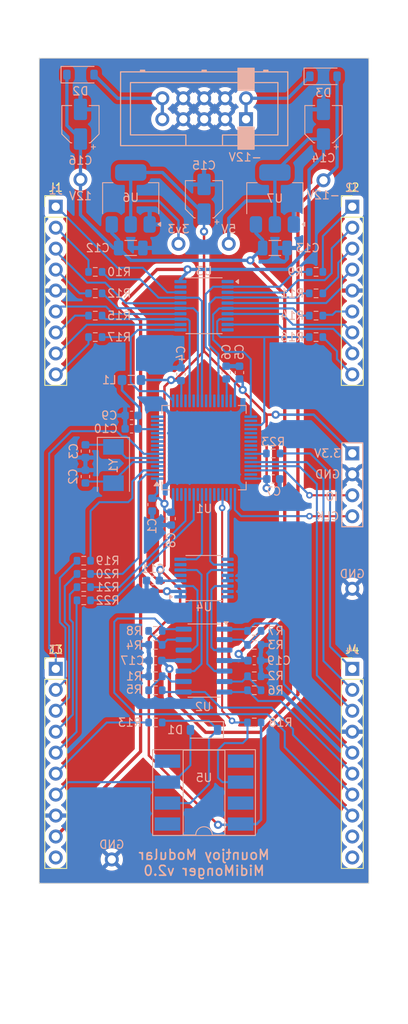
<source format=kicad_pcb>
(kicad_pcb (version 20240108) (generator "pcbnew") (generator_version "8.0")
  (layers (0 "F.Cu" signal) (31 "B.Cu" signal) (34 "B.Paste" user) (35 "F.Paste" user) (36 "B.SilkS" user "B.Silkscreen") (37 "F.SilkS" user "F.Silkscreen") (38 "B.Mask" user) (39 "F.Mask" user) (44 "Edge.Cuts" user))
  (net 0 "")
  (net 1 "GND")
  (net 2 "+3V3")
  (net 3 "+5V")
  (net 4 "+3.3VA")
  (net 5 "+12V")
  (net 6 "-12V")
  (net 7 "Net-(U1-PH0)")
  (net 8 "Net-(U1-PH1)")
  (net 9 "Net-(U1-VCAP_1)")
  (net 10 "Net-(D1-K)")
  (net 11 "/MIDI_DATA")
  (net 12 "/CV4_LED_OUT")
  (net 13 "/CV1_OUT")
  (net 14 "/CV3_LED_OUT")
  (net 15 "/CV2_LED_OUT")
  (net 16 "/CV2_OUT")
  (net 17 "/CV4_OUT")
  (net 18 "/CV1_LED_OUT")
  (net 19 "/CV3_OUT")
  (net 20 "/GATE1_LED_OUT")
  (net 21 "/GATE1_OUT")
  (net 22 "/GATE3_OUT")
  (net 23 "/GATE4_LED_OUT")
  (net 24 "/GATE2_OUT")
  (net 25 "/GATE2_LED_OUT")
  (net 26 "/GATE3_LED_OUT")
  (net 27 "/GATE4_OUT")
  (net 28 "/USB_VBUS")
  (net 29 "/USB_DM")
  (net 30 "/GATE5_LED_OUT")
  (net 31 "/NRST")
  (net 32 "/GATE7_OUT")
  (net 33 "/USB_DP")
  (net 34 "/GATE5_OUT")
  (net 35 "/GATE6_LED_OUT")
  (net 36 "/GATE6_OUT")
  (net 37 "/GATE8_OUT")
  (net 38 "/GATE7_LED_OUT")
  (net 39 "/GATE8_LED_OUT")
  (net 40 "/MIDI_VREF")
  (net 41 "/SWCLK")
  (net 42 "/SWDIO")
  (net 43 "Net-(U2C--)")
  (net 44 "Net-(U2B--)")
  (net 45 "Net-(U2A--)")
  (net 46 "Net-(U2D--)")
  (net 47 "/GATE1")
  (net 48 "/GATE2")
  (net 49 "/GATE3")
  (net 50 "/GATE4")
  (net 51 "/GATE5")
  (net 52 "/GATE6")
  (net 53 "/GATE7")
  (net 54 "/GATE8")
  (net 55 "/MIDI_RX")
  (net 56 "/CV1_LED")
  (net 57 "/CV2_LED")
  (net 58 "/CV3_LED")
  (net 59 "/CV4_LED")
  (net 63 "/DAC_SCK")
  (net 78 "/DAC_NSS")
  (net 82 "/DAC_MOSI")
  (net 86 "/DAC_1")
  (net 87 "/DAC_3")
  (net 88 "/DAC_4")
  (net 89 "/DAC_2")
  (net 94 "/+12V_IN")
  (net 95 "/-12V_IN")
  (net 101 "/MODE_SWITCH")
  (net 103 "Net-(U1-PA9)")
  (footprint "Connector_PinHeader_2.54mm:PinHeader_1x09_P2.54mm_Vertical" (layer "F.Cu") (at 138 68)
    (property "Reference" "J2")
    (property "Value" "Conn_01x09_Male")
  )
  (footprint "Connector_PinHeader_2.54mm:PinHeader_1x10_P2.54mm_Vertical" (layer "F.Cu") (at 102 124)
    (property "Reference" "J3")
    (property "Value" "Conn_01x08_Male")
  )
  (footprint "Connector_PinHeader_2.54mm:PinHeader_1x10_P2.54mm_Vertical" (layer "F.Cu") (at 138 124)
    (property "Reference" "J4")
    (property "Value" "Conn_01x08_Male")
  )
  (footprint "Connector_PinHeader_2.54mm:PinHeader_1x09_P2.54mm_Vertical" (layer "F.Cu") (at 102 68)
    (property "Reference" "J1")
    (property "Value" "Conn_01x09_Male")
  )
  (footprint "Diode_SMD:D_SOD-123" (layer "B.Cu") (at 120 131.4 180)
    (property "Reference" "D1")
    (property "Value" "1N4148W")
  )
  (footprint "Capacitor_SMD:CP_Elec_4x5.8" (layer "B.Cu") (at 105 58 90)
    (property "Reference" "C16")
    (property "Value" "22uF")
  )
  (footprint "Capacitor_SMD:C_0603_1608Metric" (layer "B.Cu") (at 113.8 113.3 180)
    (property "Reference" "C11")
    (property "Value" "100nF")
  )
  (footprint "Custom_Footprints:SWD_header" (layer "B.Cu") (at 138 97.89 -90)
    (property "Reference" "J5" (hide yes))
    (property "Value" "SWD_Header" (hide yes))
  )
  (footprint "Custom_Footprints:Eurorack_10_pin_header" (layer "B.Cu") (at 125.1 57.4 180)
    (property "Reference" "J6" (hide yes))
    (property "Value" "Eurorack_10_pin_power")
  )
  (footprint "Inductor_SMD:L_0805_2012Metric_Pad1.05x1.20mm_HandSolder" (layer "B.Cu") (at 111.2 89)
    (property "Reference" "L1")
    (property "Value" "L")
  )
  (footprint "Resistor_SMD:R_0603_1608Metric" (layer "B.Cu") (at 114.1 130.5 180)
    (property "Reference" "R13")
    (property "Value" "220")
  )
  (footprint "Resistor_SMD:R_0603_1608Metric" (layer "B.Cu") (at 126.1 130.5 180)
    (property "Reference" "R18")
    (property "Value" "10k")
  )
  (footprint "Resistor_SMD:R_0603_1608Metric" (layer "B.Cu") (at 126.1 124.9 180)
    (property "Reference" "R2")
    (property "Value" "10k")
  )
  (footprint "Resistor_SMD:R_0603_1608Metric" (layer "B.Cu") (at 126.1 121.1 180)
    (property "Reference" "R3")
    (property "Value" "10k")
  )
  (footprint "Resistor_SMD:R_0603_1608Metric" (layer "B.Cu") (at 114.1 121.1)
    (property "Reference" "R4")
    (property "Value" "10k")
  )
  (footprint "Resistor_SMD:R_0603_1608Metric" (layer "B.Cu") (at 114.1 126.6 180)
    (property "Reference" "R5")
    (property "Value" "2k")
  )
  (footprint "Resistor_SMD:R_0603_1608Metric" (layer "B.Cu") (at 126.1 119.4)
    (property "Reference" "R7")
    (property "Value" "2k")
  )
  (footprint "Resistor_SMD:R_0603_1608Metric" (layer "B.Cu") (at 114.1 119.4 180)
    (property "Reference" "R8")
    (property "Value" "2k")
  )
  (footprint "Resistor_SMD:R_0603_1608Metric" (layer "B.Cu") (at 106.8 75.9)
    (property "Reference" "R10")
    (property "Value" "1k")
  )
  (footprint "Resistor_SMD:R_0603_1608Metric" (layer "B.Cu") (at 105.4 114.1)
    (property "Reference" "R21")
    (property "Value" "1k")
  )
  (footprint "Resistor_SMD:R_0603_1608Metric" (layer "B.Cu") (at 105.4 115.7)
    (property "Reference" "R22")
    (property "Value" "1k")
  )
  (footprint "Resistor_SMD:R_0603_1608Metric" (layer "B.Cu") (at 133.6 83.8 180)
    (property "Reference" "R16")
    (property "Value" "1k")
  )
  (footprint "Package_TO_SOT_SMD:SOT-223-3_TabPin2" (layer "B.Cu") (at 128.6 67 90)
    (property "Reference" "U7")
    (property "Value" "LM1117-5.0")
  )
  (footprint "Package_TO_SOT_SMD:SOT-223-3_TabPin2" (layer "B.Cu") (at 111.1 67 90)
    (property "Reference" "U6")
    (property "Value" "LM1117-3.3")
  )
  (footprint "Package_SO:TSSOP-16_4.4x5mm_P0.65mm" (layer "B.Cu") (at 120 113)
    (property "Reference" "U4")
    (property "Value" "MAX5134")
  )
  (footprint "Package_SO:SOIC-14_3.9x8.7mm_P1.27mm" (layer "B.Cu") (at 120 123 180)
    (property "Reference" "U2")
    (property "Value" "TL074")
  )
  (footprint "Package_DIP:DIP-8_W8.89mm_SMDSocket_LongPads" (layer "B.Cu") (at 120 139)
    (property "Reference" "U5")
    (property "Value" "6N137")
  )
  (footprint "Resistor_SMD:R_0603_1608Metric" (layer "B.Cu") (at 126.1 126.6)
    (property "Reference" "R6")
    (property "Value" "2k")
  )
  (footprint "Resistor_SMD:R_0603_1608Metric" (layer "B.Cu") (at 114.1 124.9)
    (property "Reference" "R1")
    (property "Value" "10k")
  )
  (footprint "Resistor_SMD:R_0603_1608Metric" (layer "B.Cu") (at 105.4 112.5)
    (property "Reference" "R20")
    (property "Value" "1k")
  )
  (footprint "Resistor_SMD:R_0603_1608Metric" (layer "B.Cu") (at 133.6 78.5 180)
    (property "Reference" "R11")
    (property "Value" "1k")
  )
  (footprint "Resistor_SMD:R_0603_1608Metric" (layer "B.Cu") (at 133.6 75.9 180)
    (property "Reference" "R9")
    (property "Value" "1k")
  )
  (footprint "Resistor_SMD:R_0603_1608Metric" (layer "B.Cu") (at 106.8 81.2)
    (property "Reference" "R15")
    (property "Value" "1k")
  )
  (footprint "Resistor_SMD:R_0603_1608Metric" (layer "B.Cu") (at 106.8 78.5)
    (property "Reference" "R12")
    (property "Value" "1k")
  )
  (footprint "Resistor_SMD:R_0603_1608Metric" (layer "B.Cu") (at 106.8 83.8)
    (property "Reference" "R17")
    (property "Value" "1k")
  )
  (footprint "Resistor_SMD:R_0603_1608Metric" (layer "B.Cu") (at 133.6 81.2 180)
    (property "Reference" "R14")
    (property "Value" "1k")
  )
  (footprint "Resistor_SMD:R_0603_1608Metric" (layer "B.Cu") (at 105.4 110.9)
    (property "Reference" "R19")
    (property "Value" "1k")
  )
  (footprint "Capacitor_SMD:C_0603_1608Metric" (layer "B.Cu") (at 128.4 101)
    (property "Reference" "C7")
    (property "Value" "100nF")
  )
  (footprint "Package_SO:TSSOP-20_4.4x6.5mm_P0.65mm" (layer "B.Cu") (at 120 80 180)
    (property "Reference" "U3")
    (property "Value" "74HCT244")
  )
  (footprint "Custom_Footprints:1mm_Test_Point" (layer "B.Cu") (at 105 64.7 180)
    (property "Reference" "TP1" (hide yes))
    (property "Value" "TestPoint")
  )
  (footprint "Custom_Footprints:1mm_Test_Point" (layer "B.Cu") (at 123 72.5 180)
    (property "Reference" "TP4" (hide yes))
    (property "Value" "TestPoint")
  )
  (footprint "Package_QFP:LQFP-64_10x10mm_P0.5mm" (layer "B.Cu") (at 120 97.2)
    (property "Reference" "U1")
    (property "Value" "STM32F446RETx")
  )
  (footprint "Capacitor_SMD:C_1206_3216Metric" (layer "B.Cu") (at 111.1 73)
    (property "Reference" "C12")
    (property "Value" "10uF")
  )
  (footprint "Capacitor_SMD:C_0603_1608Metric" (layer "B.Cu") (at 117.2 88.3 90)
    (property "Reference" "C4")
    (property "Value" "100nF")
  )
  (footprint "Capacitor_SMD:CP_Elec_4x5.8" (layer "B.Cu") (at 134.5 58 90)
    (property "Reference" "C14")
    (property "Value" "22uF")
  )
  (footprint "Custom_Footprints:1mm_Test_Point" (layer "B.Cu") (at 134.5 64.8 180)
    (property "Reference" "TP2" (hide yes))
    (property "Value" "TestPoint")
  )
  (footprint "Diode_SMD:D_SOD-123" (layer "B.Cu") (at 105 52)
    (property "Reference" "D2")
    (property "Value" "1N5819")
  )
  (footprint "Capacitor_SMD:C_0603_1608Metric" (layer "B.Cu") (at 126.1 123)
    (property "Reference" "C19")
    (property "Value" "1uF")
  )
  (footprint "Diode_SMD:D_SOD-123" (layer "B.Cu") (at 134.5 52.2)
    (property "Reference" "D3")
    (property "Value" "1N5819")
  )
  (footprint "Custom_Footprints:1mm_Test_Point" (layer "B.Cu") (at 138 114.3 180)
    (property "Reference" "TP5" (hide yes))
    (property "Value" "TestPoint")
  )
  (footprint "Capacitor_SMD:C_0603_1608Metric" (layer "B.Cu") (at 124.3 88.1 90)
    (property "Reference" "C5")
    (property "Value" "100nF")
  )
  (footprint "Crystal:Crystal_SMD_0603-2Pin_6.0x3.5mm" (layer "B.Cu") (at 109 99.3 -90)
    (property "Reference" "Y1")
    (property "Value" "8MHz 20pF")
  )
  (footprint "Capacitor_SMD:C_0603_1608Metric" (layer "B.Cu") (at 114.1 123 180)
    (property "Reference" "C17")
    (property "Value" "1uF")
  )
  (footprint "Capacitor_SMD:C_0603_1608Metric" (layer "B.Cu") (at 105.6 97.625 -90)
    (property "Reference" "C3")
    (property "Value" "30pF")
  )
  (footprint "Capacitor_SMD:C_0603_1608Metric" (layer "B.Cu") (at 113.7 104.1 -90)
    (property "Reference" "C1")
    (property "Value" "4.7uF")
  )
  (footprint "Custom_Footprints:1mm_Test_Point" (layer "B.Cu") (at 108.8 147.1 180)
    (property "Reference" "TP6" (hide yes))
    (property "Value" "TestPoint")
  )
  (footprint "Capacitor_SMD:C_0603_1608Metric" (layer "B.Cu") (at 111.2 94.91 180)
    (property "Reference" "C10")
    (property "Value" "100nF")
  )
  (footprint "Capacitor_SMD:C_1206_3216Metric" (layer "B.Cu") (at 128.6 73)
    (property "Reference" "C13")
    (property "Value" "10uF")
  )
  (footprint "Capacitor_SMD:C_0603_1608Metric" (layer "B.Cu") (at 116 105.8 -90)
    (property "Reference" "C8")
    (property "Value" "100nF")
  )
  (footprint "Resistor_SMD:R_0603_1608Metric" (layer "B.Cu") (at 128.4 97.9 180)
    (property "Reference" "R23")
    (property "Value" "10k")
  )
  (footprint "Capacitor_SMD:CP_Elec_4x5.8" (layer "B.Cu") (at 120 67.1 90)
    (property "Reference" "C15")
    (property "Value" "22uF")
  )
  (footprint "Capacitor_SMD:C_0603_1608Metric" (layer "B.Cu") (at 105.6 100.7 90)
    (property "Reference" "C2")
    (property "Value" "30pF")
  )
  (footprint "Custom_Footprints:1mm_Test_Point" (layer "B.Cu") (at 116.9 72.5 180)
    (property "Reference" "TP3" (hide yes))
    (property "Value" "TestPoint")
  )
  (footprint "Capacitor_SMD:C_0603_1608Metric" (layer "B.Cu") (at 111.2 93.3 180)
    (property "Reference" "C9")
    (property "Value" "1uF")
  )
  (footprint "Capacitor_SMD:C_0603_1608Metric" (layer "B.Cu") (at 122.7 88.1 90)
    (property "Reference" "C6")
    (property "Value" "2.2uF")
  )
  (gr_rect (start 100 50) (end 140 150) (stroke (width 0.1)) (fill none) (layer "Edge.Cuts"))
  (gr_text "J4" (at 138 121.7 -0) (layer "B.SilkS") (effects (font (size 1 1)) (justify mirror)))
  (gr_text "J1" (at 102 66 -0) (layer "B.SilkS") (effects (font (size 1 1)) (justify mirror)))
  (gr_text "J3" (at 102 121.7 -0) (layer "B.SilkS") (effects (font (size 1 1)) (justify mirror)))
  (gr_text "J2" (at 138 65.7 -0) (layer "B.SilkS") (effects (font (size 1 1)) (justify mirror)))
  (gr_text "Mountjoy Modular\nMidiMonger v2.0" (at 120 147.5 0) (layer "B.SilkS") (effects (font (size 1.2 1.2) (thickness 0.2) (bold yes)) (justify mirror)))
  (segment (start 124.7 90.2) (end 124.7 90.3) (width 0.3) (layer "F.Cu") (net 2))
  (segment (start 124.7 90.3) (end 127.6 93.2) (width 0.3) (layer "F.Cu") (net 2))
  (segment (start 120 85.5) (end 124.7 90.2) (width 0.3) (layer "F.Cu") (net 2))
  (segment (start 121.7 142.9) (end 113.3 134.5) (width 0.3) (layer "F.Cu") (net 2))
  (segment (start 113.3 134.5) (end 113.3 120.3) (width 0.3) (layer "F.Cu") (net 2))
  (segment (start 115.2 111.5) (end 115.2 104.00003) (width 0.3) (layer "F.Cu") (net 2))
  (segment (start 117.1 116.5) (end 117.1 114.4) (width 0.3) (layer "F.Cu") (net 2))
  (segment (start 114.7 112) (end 115.2 111.5) (width 0.3) (layer "F.Cu") (net 2))
  (segment (start 127.6 93.2) (end 128.7 93.2) (width 0.3) (layer "F.Cu") (net 2))
  (segment (start 120 71) (end 120 85.5) (width 0.3) (layer "F.Cu") (net 2))
  (segment (start 127.6 93.2) (end 127.6 102.1) (width 0.3) (layer "F.Cu") (net 2))
  (segment (start 117.1 114.4) (end 114.7 112) (width 0.3) (layer "F.Cu") (net 2))
  (segment (start 113.3 120.3) (end 117.1 116.5) (width 0.3) (layer "F.Cu") (net 2))
  (segment (start 115.2 89.799994) (end 115.2 104.00003) (width 0.3) (layer "F.Cu") (net 2))
  (segment (start 116.500004 88.999996) (end 115.999998 88.999996) (width 0.3) (layer "F.Cu") (net 2))
  (segment (start 120 85.5) (end 116.500004 88.999996) (width 0.3) (layer "F.Cu") (net 2))
  (segment (start 115.999998 88.999996) (end 115.2 89.799994) (width 0.3) (layer "F.Cu") (net 2))
  (via (at 114.7 112) (size 1) (drill 0.5) (layers "F.Cu" "B.Cu") (net 2))
  (via (at 121.7 142.9) (size 1) (drill 0.5) (layers "F.Cu" "B.Cu") (net 2))
  (via (at 124.7 90.2) (size 1) (drill 0.5) (layers "F.Cu" "B.Cu") (net 2))
  (via (at 128.7 93.2) (size 1) (drill 0.5) (layers "F.Cu" "B.Cu") (net 2))
  (via (at 115.2 104.00003) (size 1) (drill 0.5) (layers "F.Cu" "B.Cu") (net 2))
  (via (at 115.999998 88.999996) (size 1) (drill 0.5) (layers "F.Cu" "B.Cu") (net 2))
  (via (at 127.6 102.1) (size 1) (drill 0.5) (layers "F.Cu" "B.Cu") (net 2))
  (via (at 120 71) (size 1) (drill 0.5) (layers "F.Cu" "B.Cu") (net 2))
  (segment (start 124.355 142.9) (end 124.445 142.81) (width 0.3) (layer "B.Cu") (net 2))
  (segment (start 114.5 67.3) (end 116.9 69.7) (width 0.3) (layer "B.Cu") (net 2))
  (segment (start 115.999998 88.999996) (end 115.999994 89) (width 0.3) (layer "B.Cu") (net 2))
  (segment (start 126.925 142.275) (end 126.39 142.81) (width 0.3) (layer "B.Cu") (net 2))
  (segment (start 120 68.9) (end 120 71) (width 0.3) (layer "B.Cu") (net 2))
  (segment (start 125.675 100.95) (end 127.575 100.95) (width 0.25) (layer "B.Cu") (net 2))
  (segment (start 120 68.9) (end 114.95 63.85) (width 0.4) (layer "B.Cu") (net 2))
  (segment (start 114.325 102.7) (end 114.325 100.95) (width 0.3) (layer "B.Cu") (net 2))
  (segment (start 116.25 102.875) (end 116.25 104.775) (width 0.3) (layer "B.Cu") (net 2))
  (segment (start 123.75 89.425) (end 124.3 88.875) (width 0.25) (layer "B.Cu") (net 2))
  (segment (start 117.1375 113.325) (end 114.6 113.325) (width 0.3) (layer "B.Cu") (net 2))
  (segment (start 124.7 89.275) (end 124.3 88.875) (width 0.3) (layer "B.Cu") (net 2))
  (segment (start 115.2 104.7) (end 115.2 104.00003) (width 0.3) (layer "B.Cu") (net 2))
  (segment (start 111.1 67.3) (end 111.1 70.15) (width 0.4) (layer "B.Cu") (net 2))
  (segment (start 133.31 93.2) (end 138 97.89) (width 0.3) (layer "B.Cu") (net 2))
  (segment (start 127.6 101.025) (end 127.625 101) (width 0.3) (layer "B.Cu") (net 2))
  (segment (start 126.39 142.81) (end 124.445 142.81) (width 0.3) (layer "B.Cu") (net 2))
  (segment (start 117.25 89.125) (end 117.25 91.525) (width 0.25) (layer "B.Cu") (net 2))
  (segment (start 117.2 89.075) (end 117.25 89.125) (width 0.25) (layer "B.Cu") (net 2))
  (segment (start 114.575 112.125) (end 114.7 112) (width 0.3) (layer "B.Cu") (net 2))
  (segment (start 115.525 105.025) (end 115.2 104.7) (width 0.3) (layer "B.Cu") (net 2))
  (segment (start 123.75 91.525) (end 123.75 89.425) (width 0.25) (layer "B.Cu") (net 2))
  (segment (start 115.999994 89) (end 112.35 89) (width 0.3) (layer "B.Cu") (net 2))
  (segment (start 127.6 102.1) (end 127.6 101.025) (width 0.3) (layer "B.Cu") (net 2))
  (segment (start 114.52497 103.325) (end 115.2 104.00003) (width 0.3) (layer "B.Cu") (net 2))
  (segment (start 116.9 69.7) (end 116.9 72.5) (width 0.3) (layer "B.Cu") (net 2))
  (segment (start 116 105.025) (end 115.525 105.025) (width 0.3) (layer "B.Cu") (net 2))
  (segment (start 121.7 142.9) (end 124.355 142.9) (width 0.3) (layer "B.Cu") (net 2))
  (segment (start 124.7 90.2) (end 124.7 89.275) (width 0.3) (layer "B.Cu") (net 2))
  (segment (start 116.25 104.775) (end 116 105.025) (width 0.3) (layer "B.Cu") (net 2))
  (segment (start 113.7 103.325) (end 114.325 102.7) (width 0.3) (layer "B.Cu") (net 2))
  (segment (start 126.925 130.5) (end 126.925 142.275) (width 0.3) (layer "B.Cu") (net 2))
  (segment (start 113.7 103.325) (end 114.52497 103.325) (width 0.3) (layer "B.Cu") (net 2))
  (segment (start 117.2 89.075) (end 116.075002 89.075) (width 0.3) (layer "B.Cu") (net 2))
  (segment (start 114.6 113.325) (end 114.575 113.3) (width 0.3) (layer "B.Cu") (net 2))
  (segment (start 111.1 63.85) (end 111.1 67.3) (width 0.4) (layer "B.Cu") (net 2))
  (segment (start 114.95 63.85) (end 111.1 63.85) (width 0.4) (layer "B.Cu") (net 2))
  (segment (start 114.575 113.3) (end 114.575 112.125) (width 0.3) (layer "B.Cu") (net 2))
  (segment (start 111.1 67.3) (end 114.5 67.3) (width 0.3) (layer "B.Cu") (net 2))
  (segment (start 128.7 93.2) (end 133.31 93.2) (width 0.3) (layer "B.Cu") (net 2))
  (segment (start 116.075002 89.075) (end 115.999998 88.999996) (width 0.3) (layer "B.Cu") (net 2))
  (segment (start 110.2 79.7) (end 112.3 81.8) (width 0.4) (layer "F.Cu") (net 3))
  (segment (start 114.5 114.6) (end 112.3 112.4) (width 0.4) (layer "F.Cu") (net 3))
  (segment (start 112.3 81.8) (end 112.3 112.4) (width 0.4) (layer "F.Cu") (net 3))
  (segment (start 102 144.32) (end 112.3 134.02) (width 0.4) (layer "F.Cu") (net 3))
  (segment (start 115.5 114.6) (end 114.5 114.6) (width 0.4) (layer "F.Cu") (net 3))
  (segment (start 118 75.6) (end 114.3 75.6) (width 0.4) (layer "F.Cu") (net 3))
  (segment (start 114.3 75.6) (end 110.2 79.7) (width 0.4) (layer "F.Cu") (net 3))
  (segment (start 112.3 134.02) (end 112.3 112.4) (width 0.4) (layer "F.Cu") (net 3))
  (via (at 115.5 114.6) (size 1) (drill 0.5) (layers "F.Cu" "B.Cu") (net 3))
  (via (at 118 75.6) (size 1) (drill 0.5) (layers "F.Cu" "B.Cu") (net 3))
  (segment (start 118.325 75.6) (end 118 75.6) (width 0.4) (layer "B.Cu") (net 3))
  (segment (start 132.75 63.55) (end 134.5 61.8) (width 0.4) (layer "B.Cu") (net 3))
  (segment (start 117.1375 114.625) (end 115.525 114.625) (width 0.4) (layer "B.Cu") (net 3))
  (segment (start 132.75 72.95) (end 132.75 63.55) (width 0.4) (layer "B.Cu") (net 3))
  (segment (start 125.1 67.3) (end 123 69.4) (width 0.4) (layer "B.Cu") (net 3))
  (segment (start 123 69.4) (end 123 72.5) (width 0.4) (layer "B.Cu") (net 3))
  (segment (start 128.6 67.3) (end 125.1 67.3) (width 0.4) (layer "B.Cu") (net 3))
  (segment (start 128.6 63.85) (end 132.65 59.8) (width 0.4) (layer "B.Cu") (net 3))
  (segment (start 134.5 61.8) (end 134.5 59.8) (width 0.4) (layer "B.Cu") (net 3))
  (segment (start 132.65 59.8) (end 134.5 59.8) (width 0.4) (layer "B.Cu") (net 3))
  (segment (start 128.6 70.15) (end 128.6 67.3) (width 0.4) (layer "B.Cu") (net 3))
  (segment (start 117.1375 76.7875) (end 117.1375 77.075) (width 0.4) (layer "B.Cu") (net 3))
  (segment (start 118.325 75.6) (end 130.1 75.6) (width 0.4) (layer "B.Cu") (net 3))
  (segment (start 117.1375 114.625) (end 117.1375 115.275) (width 0.4) (layer "B.Cu") (net 3))
  (segment (start 130.1 75.6) (end 132.75 72.95) (width 0.4) (layer "B.Cu") (net 3))
  (segment (start 115.525 114.625) (end 115.5 114.6) (width 0.4) (layer "B.Cu") (net 3))
  (segment (start 128.6 67.3) (end 128.6 63.85) (width 0.4) (layer "B.Cu") (net 3))
  (segment (start 118.325 75.6) (end 117.1375 76.7875) (width 0.4) (layer "B.Cu") (net 3))
  (segment (start 112 93.3) (end 112 94.91) (width 0.25) (layer "B.Cu") (net 4))
  (segment (start 112 94.91) (end 112.04 94.95) (width 0.25) (layer "B.Cu") (net 4))
  (segment (start 110.05 90.25) (end 112.15 92.35) (width 0.3) (layer "B.Cu") (net 4))
  (segment (start 112.15 93.15) (end 112 93.3) (width 0.3) (layer "B.Cu") (net 4))
  (segment (start 112.04 94.95) (end 114.325 94.95) (width 0.25) (layer "B.Cu") (net 4))
  (segment (start 112.15 92.35) (end 112.15 93.15) (width 0.3) (layer "B.Cu") (net 4))
  (segment (start 110.05 89) (end 110.05 90.25) (width 0.3) (layer "B.Cu") (net 4))
  (segment (start 129.8 78.675) (end 129.8 116.6) (width 0.4) (layer "F.Cu") (net 5))
  (segment (start 125.625 74.5) (end 129.8 78.675) (width 0.4) (layer "F.Cu") (net 5))
  (segment (start 129.8 116.6) (end 124.2 122.2) (width 0.4) (layer "F.Cu") (net 5))
  (via (at 125.625 74.5) (size 1) (drill 0.5) (layers "F.Cu" "B.Cu") (net 5))
  (via (at 124.2 122.2) (size 1) (drill 0.5) (layers "F.Cu" "B.Cu") (net 5))
  (segment (start 127.125 73) (end 127.125 72.025) (width 0.4) (layer "B.Cu") (net 5))
  (segment (start 111.125 74.5) (end 125.625 74.5) (width 0.4) (layer "B.Cu") (net 5))
  (segment (start 103.35 52) (end 103.35 58.15) (width 0.4) (layer "B.Cu") (net 5))
  (segment (start 108.8 71.2) (end 108.8 70.15) (width 0.4) (layer "B.Cu") (net 5))
  (segment (start 127.125 72.025) (end 126.3 71.2) (width 0.4) (layer "B.Cu") (net 5))
  (segment (start 105 69) (end 109 73) (width 0.4) (layer "B.Cu") (net 5))
  (segment (start 125.325 123) (end 122.475 123) (width 0.4) (layer "B.Cu") (net 5))
  (segment (start 109 73) (end 109.625 73) (width 0.4) (layer "B.Cu") (net 5))
  (segment (start 109.625 73) (end 109.625 72.025) (width 0.4) (layer "B.Cu") (net 5))
  (segment (start 109.625 73) (end 111.125 74.5) (width 0.4) (layer "B.Cu") (net 5))
  (segment (start 105 59.8) (end 105 69) (width 0.4) (layer "B.Cu") (net 5))
  (segment (start 125 123) (end 124.2 122.2) (width 0.4) (layer "B.Cu") (net 5))
  (segment (start 109.625 72.025) (end 108.8 71.2) (width 0.4) (layer "B.Cu") (net 5))
  (segment (start 103.35 58.15) (end 105 59.8) (width 0.4) (layer "B.Cu") (net 5))
  (segment (start 125.325 123) (end 125 123) (width 0.4) (layer "B.Cu") (net 5))
  (segment (start 125.625 74.5) (end 127.125 73) (width 0.4) (layer "B.Cu") (net 5))
  (segment (start 126.3 71.2) (end 126.3 70.15) (width 0.4) (layer "B.Cu") (net 5))
  (segment (start 120.2 131.7) (end 115.8 127.3) (width 0.4) (layer "F.Cu") (net 6))
  (segment (start 126.8 131.7) (end 120.2 131.7) (width 0.4) (layer "F.Cu") (net 6))
  (segment (start 131.4 67.9) (end 131.4 127.1) (width 0.4) (layer "F.Cu") (net 6))
  (segment (start 115.8 127.3) (end 115.8 124) (width 0.4) (layer "F.Cu") (net 6))
  (segment (start 134.5 64.8) (end 131.4 67.9) (width 0.4) (layer "F.Cu") (net 6))
  (segment (start 131.4 127.1) (end 126.8 131.7) (width 0.4) (layer "F.Cu") (net 6))
  (via (at 115.8 124) (size 1) (drill 0.5) (layers "F.Cu" "B.Cu") (net 6))
  (segment (start 136.15 52.2) (end 136.15 63.15) (width 0.4) (layer "B.Cu") (net 6))
  (segment (start 114.875 123) (end 115.8 123.925) (width 0.4) (layer "B.Cu") (net 6))
  (segment (start 115.8 123.925) (end 115.8 124) (width 0.4) (layer "B.Cu") (net 6))
  (segment (start 114.875 123) (end 117.525 123) (width 0.4) (layer "B.Cu") (net 6))
  (segment (start 136.15 63.15) (end 134.5 64.8) (width 0.4) (layer "B.Cu") (net 6))
  (segment (start 105.6 101.3) (end 108.8 101.3) (width 0.25) (layer "B.Cu") (net 7))
  (segment (start 108.8 101.3) (end 109 101.5) (width 0.25) (layer "B.Cu") (net 7))
  (segment (start 114.325 98.95) (end 111.35 98.95) (width 0.25) (layer "B.Cu") (net 7))
  (segment (start 111.35 98.95) (end 109 101.3) (width 0.25) (layer "B.Cu") (net 7))
  (segment (start 108.75 96.85) (end 109 97.1) (width 0.25) (layer "B.Cu") (net 8))
  (segment (start 110.55 98.45) (end 109 96.9) (width 0.25) (layer "B.Cu") (net 8))
  (segment (start 105.6 96.85) (end 108.75 96.85) (width 0.25) (layer "B.Cu") (net 8))
  (segment (start 114.325 98.45) (end 110.55 98.45) (width 0.25) (layer "B.Cu") (net 8))
  (segment (start 122.75 88.925) (end 122.7 88.875) (width 0.25) (layer "B.Cu") (net 9))
  (segment (start 122.75 91.525) (end 122.75 88.925) (width 0.25) (layer "B.Cu") (net 9))
  (segment (start 118.33 140.27) (end 115.555 140.27) (width 0.25) (layer "B.Cu") (net 10))
  (segment (start 120.6 130.3) (end 115.125 130.3) (width 0.25) (layer "B.Cu") (net 10))
  (segment (start 120.6 132.45) (end 120.6 138) (width 0.25) (layer "B.Cu") (net 10))
  (segment (start 121.65 131.4) (end 120.6 132.45) (width 0.25) (layer "B.Cu") (net 10))
  (segment (start 121.65 131.4) (end 121.65 131.35) (width 0.25) (layer "B.Cu") (net 10))
  (segment (start 121.65 131.35) (end 120.6 130.3) (width 0.25) (layer "B.Cu") (net 10))
  (segment (start 120.6 138) (end 118.33 140.27) (width 0.25) (layer "B.Cu") (net 10))
  (segment (start 115.125 130.3) (end 114.925 130.5) (width 0.25) (layer "B.Cu") (net 10))
  (segment (start 118.35 135.685) (end 118.35 131.4) (width 0.25) (layer "B.Cu") (net 11))
  (segment (start 116.305 137.73) (end 118.35 135.685) (width 0.25) (layer "B.Cu") (net 11))
  (segment (start 115.555 137.73) (end 116.305 137.73) (width 0.25) (layer "B.Cu") (net 11))
  (segment (start 103.51 137.73) (end 102 139.24) (width 0.25) (layer "B.Cu") (net 11))
  (segment (start 115.555 137.73) (end 103.51 137.73) (width 0.25) (layer "B.Cu") (net 11))
  (segment (start 104.575 115.7) (end 104.525 115.75) (width 0.25) (layer "B.Cu") (net 12))
  (segment (start 104.525 115.75) (end 104.525 131.635) (width 0.25) (layer "B.Cu") (net 12))
  (segment (start 104.525 131.635) (end 102 134.16) (width 0.25) (layer "B.Cu") (net 12))
  (segment (start 115.135 126.81) (end 120.11 126.81) (width 0.25) (layer "B.Cu") (net 13))
  (segment (start 130.8 131.3) (end 130.8 132) (width 0.25) (layer "B.Cu") (net 13))
  (segment (start 114.925 126.6) (end 115.135 126.81) (width 0.25) (layer "B.Cu") (net 13))
  (segment (start 120.11 126.81) (end 122 128.7) (width 0.25) (layer "B.Cu") (net 13))
  (segment (start 138 139.2) (end 138 139.24) (width 0.25) (layer "B.Cu") (net 13))
  (segment (start 122 128.7) (end 128.2 128.7) (width 0.25) (layer "B.Cu") (net 13))
  (segment (start 130.8 132) (end 138 139.2) (width 0.25) (layer "B.Cu") (net 13))
  (segment (start 128.2 128.7) (end 130.8 131.3) (width 0.25) (layer "B.Cu") (net 13))
  (segment (start 103.7 114.975) (end 103.7 118) (width 0.25) (layer "B.Cu") (net 14))
  (segment (start 104.075 118.375) (end 104.075 129.545) (width 0.25) (layer "B.Cu") (net 14))
  (segment (start 104.575 114.1) (end 103.7 114.975) (width 0.25) (layer "B.Cu") (net 14))
  (segment (start 103.7 118) (end 104.075 118.375) (width 0.25) (layer "B.Cu") (net 14))
  (segment (start 104.075 129.545) (end 102 131.62) (width 0.25) (layer "B.Cu") (net 14))
  (segment (start 103.625 127.455) (end 102 129.08) (width 0.25) (layer "B.Cu") (net 15))
  (segment (start 103.1 118.327208) (end 103.625 118.852208) (width 0.25) (layer "B.Cu") (net 15))
  (segment (start 104.575 112.5) (end 103.1 113.975) (width 0.25) (layer "B.Cu") (net 15))
  (segment (start 103.625 118.852208) (end 103.625 127.455) (width 0.25) (layer "B.Cu") (net 15))
  (segment (start 103.1 113.975) (end 103.1 118.327208) (width 0.25) (layer "B.Cu") (net 15))
  (segment (start 125.275 126.6) (end 126.575 127.9) (width 0.25) (layer "B.Cu") (net 16))
  (segment (start 122.575 126.81) (end 125.065 126.81) (width 0.25) (layer "B.Cu") (net 16))
  (segment (start 125.065 126.81) (end 125.275 126.6) (width 0.25) (layer "B.Cu") (net 16))
  (segment (start 138 136.6) (end 138 136.7) (width 0.25) (layer "B.Cu") (net 16))
  (segment (start 126.575 127.9) (end 129.3 127.9) (width 0.25) (layer "B.Cu") (net 16))
  (segment (start 129.3 127.9) (end 138 136.6) (width 0.25) (layer "B.Cu") (net 16))
  (segment (start 114.925 118.825) (end 114 117.9) (width 0.25) (layer "B.Cu") (net 17))
  (segment (start 127.7 129.5) (end 129.8 131.6) (width 0.25) (layer "B.Cu") (net 17))
  (segment (start 114.925 119.4) (end 114.925 118.825) (width 0.25) (layer "B.Cu") (net 17))
  (segment (start 115.135 119.19) (end 114.925 119.4) (width 0.25) (layer "B.Cu") (net 17))
  (segment (start 114 117.9) (end 109.5 117.9) (width 0.25) (layer "B.Cu") (net 17))
  (segment (start 109.1 126.9) (end 111.7 129.5) (width 0.25) (layer "B.Cu") (net 17))
  (segment (start 129.8 133.5) (end 138 141.7) (width 0.25) (layer "B.Cu") (net 17))
  (segment (start 111.7 129.5) (end 127.7 129.5) (width 0.25) (layer "B.Cu") (net 17))
  (segment (start 129.8 131.6) (end 129.8 133.5) (width 0.25) (layer "B.Cu") (net 17))
  (segment (start 117.625 119.19) (end 115.135 119.19) (width 0.25) (layer "B.Cu") (net 17))
  (segment (start 109.5 117.9) (end 109.1 118.3) (width 0.25) (layer "B.Cu") (net 17))
  (segment (start 138 141.7) (end 138 141.78) (width 0.25) (layer "B.Cu") (net 17))
  (segment (start 109.1 118.3) (end 109.1 126.9) (width 0.25) (layer "B.Cu") (net 17))
  (segment (start 103.175 125.4) (end 103.14 125.4) (width 0.25) (layer "B.Cu") (net 18))
  (segment (start 103.175 125.4) (end 103.175 119.038604) (width 0.25) (layer "B.Cu") (net 18))
  (segment (start 103.14 125.4) (end 102 126.54) (width 0.25) (layer "B.Cu") (net 18))
  (segment (start 103.175 119.038604) (end 102.5 118.363604) (width 0.25) (layer "B.Cu") (net 18))
  (segment (start 102.5 112.975) (end 104.575 110.9) (width 0.25) (layer "B.Cu") (net 18))
  (segment (start 102.5 118.363604) (end 102.5 112.975) (width 0.25) (layer "B.Cu") (net 18))
  (segment (start 129.7 119.4) (end 129.7 125.86) (width 0.25) (layer "B.Cu") (net 19))
  (segment (start 126.175 118.5) (end 128.8 118.5) (width 0.25) (layer "B.Cu") (net 19))
  (segment (start 125.065 119.19) (end 125.275 119.4) (width 0.25) (layer "B.Cu") (net 19))
  (segment (start 122.575 119.19) (end 125.065 119.19) (width 0.25) (layer "B.Cu") (net 19))
  (segment (start 128.8 118.5) (end 129.7 119.4) (width 0.25) (layer "B.Cu") (net 19))
  (segment (start 125.275 119.4) (end 126.175 118.5) (width 0.25) (layer "B.Cu") (net 19))
  (segment (start 129.7 125.86) (end 138 134.16) (width 0.25) (layer "B.Cu") (net 19))
  (segment (start 134.425 75.9) (end 134.425 71.575) (width 0.25) (layer "B.Cu") (net 20))
  (segment (start 134.425 71.575) (end 138 68) (width 0.25) (layer "B.Cu") (net 20))
  (segment (start 117.1375 78.375) (end 115.536396 78.375) (width 0.25) (layer "B.Cu") (net 21))
  (segment (start 102.1 68) (end 102 68) (width 0.25) (layer "B.Cu") (net 21))
  (segment (start 115.536396 78.375) (end 112.561396 75.4) (width 0.25) (layer "B.Cu") (net 21))
  (segment (start 109.5 75.4) (end 102.1 68) (width 0.25) (layer "B.Cu") (net 21))
  (segment (start 112.561396 75.4) (end 109.5 75.4) (width 0.25) (layer "B.Cu") (net 21))
  (segment (start 108 77.2) (end 105.82 77.2) (width 0.25) (layer "B.Cu") (net 22))
  (segment (start 102 73.38) (end 102 73.08) (width 0.25) (layer "B.Cu") (net 22))
  (segment (start 110.5 79.7) (end 108 77.2) (width 0.25) (layer "B.Cu") (net 22))
  (segment (start 117.1125 79.7) (end 110.5 79.7) (width 0.25) (layer "B.Cu") (net 22))
  (segment (start 105.82 77.2) (end 102 73.38) (width 0.25) (layer "B.Cu") (net 22))
  (segment (start 117.1375 79.675) (end 117.1125 79.7) (width 0.25) (layer "B.Cu") (net 22))
  (segment (start 105.975 78.5) (end 104.9 78.5) (width 0.25) (layer "B.Cu") (net 23))
  (segment (start 104.9 78.5) (end 102.02 75.62) (width 0.25) (layer "B.Cu") (net 23))
  (segment (start 102.02 75.62) (end 102 75.62) (width 0.25) (layer "B.Cu") (net 23))
  (segment (start 134.648004 76.9) (end 135.5 76.048004) (width 0.25) (layer "B.Cu") (net 24))
  (segment (start 135.5 76.048004) (end 135.5 73.04) (width 0.25) (layer "B.Cu") (net 24))
  (segment (start 129.9 78.4) (end 131.4 76.9) (width 0.25) (layer "B.Cu") (net 24))
  (segment (start 135.5 73.04) (end 138 70.54) (width 0.25) (layer "B.Cu") (net 24))
  (segment (start 122.8 78.4) (end 129.9 78.4) (width 0.25) (layer "B.Cu") (net 24))
  (segment (start 131.4 76.9) (end 134.648004 76.9) (width 0.25) (layer "B.Cu") (net 24))
  (segment (start 105.975 75.9) (end 105.975 74.475) (width 0.25) (layer "B.Cu") (net 25))
  (segment (start 102.04 70.54) (end 102 70.54) (width 0.25) (layer "B.Cu") (net 25))
  (segment (start 105.975 74.475) (end 102.04 70.54) (width 0.25) (layer "B.Cu") (net 25))
  (segment (start 138 73.08) (end 136.3 74.78) (width 0.25) (layer "B.Cu") (net 26))
  (segment (start 136.3 74.78) (end 136.3 76.525) (width 0.25) (layer "B.Cu") (net 26))
  (segment (start 136.3 76.525) (end 134.425 78.4) (width 0.25) (layer "B.Cu") (net 26))
  (segment (start 134.825 79.675) (end 136.7 77.8) (width 0.25) (layer "B.Cu") (net 27))
  (segment (start 136.7 76.92) (end 138 75.62) (width 0.25) (layer "B.Cu") (net 27))
  (segment (start 136.7 77.8) (end 136.7 76.92) (width 0.25) (layer "B.Cu") (net 27))
  (segment (start 122.775 79.675) (end 134.825 79.675) (width 0.25) (layer "B.Cu") (net 27))
  (segment (start 135.3 100.3) (end 132.9 97.9) (width 0.25) (layer "B.Cu") (net 28))
  (segment (start 138 124) (end 135.3 121.3) (width 0.25) (layer "B.Cu") (net 28))
  (segment (start 132.9 97.9) (end 129.225 97.9) (width 0.25) (layer "B.Cu") (net 28))
  (segment (start 135.3 121.3) (end 135.3 100.3) (width 0.25) (layer "B.Cu") (net 28))
  (segment (start 134.5 123.04) (end 138 126.54) (width 0.25) (layer "B.Cu") (net 29))
  (segment (start 134.5 101) (end 134.5 123.04) (width 0.25) (layer "B.Cu") (net 29))
  (segment (start 125.675 98.95) (end 132.45 98.95) (width 0.25) (layer "B.Cu") (net 29))
  (segment (start 132.45 98.95) (end 134.5 101) (width 0.25) (layer "B.Cu") (net 29))
  (segment (start 136 80.7) (end 138 80.7) (width 0.25) (layer "B.Cu") (net 30))
  (segment (start 135.6 81.1) (end 136 80.7) (width 0.25) (layer "B.Cu") (net 30))
  (segment (start 134.425 81.1) (end 135.6 81.1) (width 0.25) (layer "B.Cu") (net 30))
  (segment (start 110.575 95.825) (end 110.025 95.825) (width 0.25) (layer "B.Cu") (net 31))
  (segment (start 102 122.3) (end 102 124) (width 0.25) (layer "B.Cu") (net 31))
  (segment (start 114.325 97.95) (end 112.7 97.95) (width 0.25) (layer "B.Cu") (net 31))
  (segment (start 101.2 97.9) (end 103.9 95.2) (width 0.25) (layer "B.Cu") (net 31))
  (segment (start 101.2 97.9) (end 101.2 121.5) (width 0.25) (layer "B.Cu") (net 31))
  (segment (start 109.4 95.2) (end 110.025 95.825) (width 0.25) (layer "B.Cu") (net 31))
  (segment (start 112.7 97.95) (end 110.575 95.825) (width 0.25) (layer "B.Cu") (net 31))
  (segment (start 101.2 121.5) (end 102 122.3) (width 0.25) (layer "B.Cu") (net 31))
  (segment (start 103.9 95.2) (end 109.4 95.2) (width 0.25) (layer "B.Cu") (net 31))
  (segment (start 117.1125 82.3) (end 105.78 82.3) (width 0.25) (layer "B.Cu") (net 32))
  (segment (start 105.78 82.3) (end 102.3 85.78) (width 0.25) (layer "B.Cu") (net 32))
  (segment (start 102.3 85.78) (end 102 85.78) (width 0.25) (layer "B.Cu") (net 32))
  (segment (start 117.1375 82.275) (end 117.1125 82.3) (width 0.25) (layer "B.Cu") (net 32))
  (segment (start 131.55 99.45) (end 133.7 101.6) (width 0.25) (layer "B.Cu") (net 33))
  (segment (start 133.7 101.6) (end 133.7 124.78) (width 0.25) (layer "B.Cu") (net 33))
  (segment (start 133.7 124.78) (end 138 129.08) (width 0.25) (layer "B.Cu") (net 33))
  (segment (start 125.675 99.45) (end 131.55 99.45) (width 0.25) (layer "B.Cu") (net 33))
  (segment (start 102.6 80.1) (end 102 80.7) (width 0.25) (layer "B.Cu") (net 34))
  (segment (start 117.1375 80.975) (end 117.1125 81) (width 0.25) (layer "B.Cu") (net 34))
  (segment (start 108.1 80.1) (end 102.6 80.1) (width 0.25) (layer "B.Cu") (net 34))
  (segment (start 117.1125 81) (end 109 81) (width 0.25) (layer "B.Cu") (net 34))
  (segment (start 109 81) (end 108.1 80.1) (width 0.25) (layer "B.Cu") (net 34))
  (segment (start 104.34 81.2) (end 102.3 83.24) (width 0.25) (layer "B.Cu") (net 35))
  (segment (start 102.3 83.24) (end 102 83.24) (width 0.25) (layer "B.Cu") (net 35))
  (segment (start 105.975 81.2) (end 104.34 81.2) (width 0.25) (layer "B.Cu") (net 35))
  (segment (start 129.5 81) (end 130.8 82.3) (width 0.25) (layer "B.Cu") (net 36))
  (segment (start 122.8 81) (end 129.5 81) (width 0.25) (layer "B.Cu") (net 36))
  (segment (start 137.06 82.3) (end 138 83.24) (width 0.25) (layer "B.Cu") (net 36))
  (segment (start 130.8 82.3) (end 137.06 82.3) (width 0.25) (layer "B.Cu") (net 36))
  (segment (start 135.7 82.8) (end 138 85.1) (width 0.25) (layer "B.Cu") (net 37))
  (segment (start 128.975 82.275) (end 129.5 82.8) (width 0.25) (layer "B.Cu") (net 37))
  (segment (start 129.5 82.8) (end 135.7 82.8) (width 0.25) (layer "B.Cu") (net 37))
  (segment (start 138 85.1) (end 138 85.78) (width 0.25) (layer "B.Cu") (net 37))
  (segment (start 122.8625 82.275) (end 128.975 82.275) (width 0.25) (layer "B.Cu") (net 37))
  (segment (start 134.425 83.8) (end 136.14 85.515) (width 0.25) (layer "B.Cu") (net 38))
  (segment (start 136.14 85.515) (end 136.14 86.46) (width 0.25) (layer "B.Cu") (net 38))
  (segment (start 136.14 86.46) (end 138 88.32) (width 0.25) (layer "B.Cu") (net 38))
  (segment (start 105.975 83.8) (end 105.975 84.645) (width 0.25) (layer "B.Cu") (net 39))
  (segment (start 102.3 88.32) (end 102 88.32) (width 0.25) (layer "B.Cu") (net 39))
  (segment (start 105.975 84.645) (end 102.3 88.32) (width 0.25) (layer "B.Cu") (net 39))
  (segment (start 113.275 130.5) (end 108.2 130.5) (width 0.25) (layer "B.Cu") (net 40))
  (segment (start 108.2 130.5) (end 102 136.7) (width 0.25) (layer "B.Cu") (net 40))
  (segment (start 132.81 105.51) (end 132.8 105.5) (width 0.25) (layer "F.Cu") (net 41))
  (segment (start 138 105.51) (end 132.81 105.51) (width 0.25) (layer "F.Cu") (net 41))
  (via (at 132.8 105.5) (size 0.8) (drill 0.4) (layers "F.Cu" "B.Cu") (net 41))
  (segment (start 124.5 105.5) (end 132.8 105.5) (width 0.25) (layer "B.Cu") (net 41))
  (segment (start 123.75 104.75) (end 124.5 105.5) (width 0.25) (layer "B.Cu") (net 41))
  (segment (start 123.75 102.875) (end 123.75 104.75) (width 0.25) (layer "B.Cu") (net 41))
  (segment (start 138 102.97) (end 132.8 102.97) (width 0.25) (layer "F.Cu") (net 42))
  (via (at 132.8 102.97) (size 0.8) (drill 0.4) (layers "F.Cu" "B.Cu") (net 42))
  (segment (start 129.78 99.95) (end 132.8 102.97) (width 0.25) (layer "B.Cu") (net 42))
  (segment (start 125.675 99.95) (end 129.78 99.95) (width 0.25) (layer "B.Cu") (net 42))
  (segment (start 114.925 124.9) (end 115.4 124.9) (width 0.25) (layer "B.Cu") (net 43))
  (segment (start 113.275 126.55) (end 114.925 124.9) (width 0.25) (layer "B.Cu") (net 43))
  (segment (start 116.04 125.54) (end 117.625 125.54) (width 0.25) (layer "B.Cu") (net 43))
  (segment (start 115.4 124.9) (end 116.04 125.54) (width 0.25) (layer "B.Cu") (net 43))
  (segment (start 113.275 126.6) (end 113.275 126.55) (width 0.25) (layer "B.Cu") (net 43))
  (segment (start 122.575 125.54) (end 124.635 125.54) (width 0.25) (layer "B.Cu") (net 44))
  (segment (start 124.635 125.54) (end 125.275 124.9) (width 0.25) (layer "B.Cu") (net 44))
  (segment (start 125.275 124.9) (end 125.275 124.95) (width 0.25) (layer "B.Cu") (net 44))
  (segment (start 125.275 124.95) (end 126.925 126.6) (width 0.25) (layer "B.Cu") (net 44))
  (segment (start 122.575 120.46) (end 124.635 120.46) (width 0.25) (layer "B.Cu") (net 45))
  (segment (start 124.635 120.46) (end 125.275 121.1) (width 0.25) (layer "B.Cu") (net 45))
  (segment (start 126.925 119.4) (end 126.925 119.45) (width 0.25) (layer "B.Cu") (net 45))
  (segment (start 126.925 119.45) (end 125.275 121.1) (width 0.25) (layer "B.Cu") (net 45))
  (segment (start 113.275 119.4) (end 113.275 119.45) (width 0.25) (layer "B.Cu") (net 46))
  (segment (start 115.565 120.46) (end 114.925 121.1) (width 0.25) (layer "B.Cu") (net 46))
  (segment (start 117.625 120.46) (end 115.565 120.46) (width 0.25) (layer "B.Cu") (net 46))
  (segment (start 113.275 119.45) (end 114.925 121.1) (width 0.25) (layer "B.Cu") (net 46))
  (segment (start 129.2 77.7) (end 131 75.9) (width 0.25) (layer "B.Cu") (net 47))
  (segment (start 120.2 78.6) (end 121.1 77.7) (width 0.25) (layer "B.Cu") (net 47))
  (segment (start 120.75 91.525) (end 120.75 85.522792) (width 0.25) (layer "B.Cu") (net 47))
  (segment (start 120.75 85.522792) (end 120.2 84.972792) (width 0.25) (layer "B.Cu") (net 47))
  (segment (start 121.1 77.7) (end 129.2 77.7) (width 0.25) (layer "B.Cu") (net 47))
  (segment (start 120.2 84.972792) (end 120.2 78.6) (width 0.25) (layer "B.Cu") (net 47))
  (segment (start 131 75.9) (end 132.775 75.9) (width 0.25) (layer "B.Cu") (net 47))
  (segment (start 119.75 91.525) (end 119.75 79.45) (width 0.25) (layer "B.Cu") (net 48))
  (segment (start 108.525 76.8) (end 107.625 75.9) (width 0.25) (layer "B.Cu") (net 48))
  (segment (start 112.25 76.8) (end 108.525 76.8) (width 0.25) (layer "B.Cu") (net 48))
  (segment (start 114.475 79.025) (end 112.25 76.8) (width 0.25) (layer "B.Cu") (net 48))
  (segment (start 119.325 79.025) (end 114.475 79.025) (width 0.25) (layer "B.Cu") (net 48))
  (segment (start 119.75 79.45) (end 119.325 79.025) (width 0.25) (layer "B.Cu") (net 48))
  (segment (start 121.4 79) (end 131.3 79) (width 0.25) (layer "B.Cu") (net 49))
  (segment (start 131.8 78.5) (end 132.775 78.5) (width 0.25) (layer "B.Cu") (net 49))
  (segment (start 121.75 91.525) (end 121.75 85.886396) (width 0.25) (layer "B.Cu") (net 49))
  (segment (start 120.65 79.75) (end 121.4 79) (width 0.25) (layer "B.Cu") (net 49))
  (segment (start 131.3 79) (end 131.8 78.5) (width 0.25) (layer "B.Cu") (net 49))
  (segment (start 121.75 85.886396) (end 120.65 84.786396) (width 0.25) (layer "B.Cu") (net 49))
  (segment (start 120.65 84.786396) (end 120.65 79.75) (width 0.25) (layer "B.Cu") (net 49))
  (segment (start 119.25 80.85) (end 119.25 91.525) (width 0.25) (layer "B.Cu") (net 50))
  (segment (start 109.5 80.3) (end 118.7 80.3) (width 0.25) (layer "B.Cu") (net 50))
  (segment (start 107.7 78.5) (end 109.5 80.3) (width 0.25) (layer "B.Cu") (net 50))
  (segment (start 118.7 80.3) (end 119.25 80.85) (width 0.25) (layer "B.Cu") (net 50))
  (segment (start 107.625 78.5) (end 107.7 78.5) (width 0.25) (layer "B.Cu") (net 50))
  (segment (start 122.8625 80.325) (end 121.837501 80.325) (width 0.25) (layer "B.Cu") (net 51))
  (segment (start 121.837501 80.325) (end 121.1 81.062501) (width 0.25) (layer "B.Cu") (net 51))
  (segment (start 124.8 85.6) (end 125.675 86.475) (width 0.25) (layer "B.Cu") (net 51))
  (segment (start 122.6 85.6) (end 124.8 85.6) (width 0.25) (layer "B.Cu") (net 51))
  (segment (start 125.675 86.475) (end 125.675 93.45) (width 0.25) (layer "B.Cu") (net 51))
  (segment (start 132.775 81.2) (end 131.7 81.2) (width 0.25) (layer "B.Cu") (net 51))
  (segment (start 130.825 80.325) (end 122.8625 80.325) (width 0.25) (layer "B.Cu") (net 51))
  (segment (start 121.1 81.062501) (end 121.1 84.1) (width 0.25) (layer "B.Cu") (net 51))
  (segment (start 121.1 84.1) (end 122.6 85.6) (width 0.25) (layer "B.Cu") (net 51))
  (segment (start 131.7 81.2) (end 130.825 80.325) (width 0.25) (layer "B.Cu") (net 51))
  (segment (start 118.025 81.625) (end 108.05 81.625) (width 0.25) (layer "B.Cu") (net 52))
  (segment (start 118.25 91.525) (end 118.25 81.85) (width 0.25) (layer "B.Cu") (net 52))
  (segment (start 108.05 81.625) (end 107.625 81.2) (width 0.25) (layer "B.Cu") (net 52))
  (segment (start 118.25 81.85) (end 118.025 81.625) (width 0.25) (layer "B.Cu") (net 52))
  (segment (start 122 83.8) (end 132.775 83.8) (width 0.25) (layer "B.Cu") (net 53))
  (segment (start 121.6 81.9) (end 121.6 83.4) (width 0.25) (layer "B.Cu") (net 53))
  (segment (start 126.95 94.45) (end 125.675 94.45) (width 0.25) (layer "B.Cu") (net 53))
  (segment (start 127.3 83.8) (end 127.313604 83.813604) (width 0.25) (layer "B.Cu") (net 53))
  (segment (start 122.8625 81.625) (end 121.875 81.625) (width 0.25) (layer "B.Cu") (net 53))
  (segment (start 121.6 83.4) (end 122 83.8) (width 0.25) (layer "B.Cu") (net 53))
  (segment (start 127.313604 94.086396) (end 126.95 94.45) (width 0.25) (layer "B.Cu") (net 53))
  (segment (start 121.875 81.625) (end 121.6 81.9) (width 0.25) (layer "B.Cu") (net 53))
  (segment (start 127.313604 83.813604) (end 127.313604 94.086396) (width 0.25) (layer "B.Cu") (net 53))
  (segment (start 111.975 82.925) (end 111.1 83.8) (width 0.25) (layer "B.Cu") (net 54))
  (segment (start 110.9 83.8) (end 107.625 83.8) (width 0.25) (layer "B.Cu") (net 54))
  (segment (start 111.1 89.3) (end 111.1 83.8) (width 0.25) (layer "B.Cu") (net 54))
  (segment (start 116.25 91.525) (end 115.075 90.35) (width 0.25) (layer "B.Cu") (net 54))
  (segment (start 117.1375 82.925) (end 111.975 82.925) (width 0.25) (layer "B.Cu") (net 54))
  (segment (start 111.1 83.8) (end 110.9 83.8) (width 0.25) (layer "B.Cu") (net 54))
  (segment (start 112.15 90.35) (end 111.1 89.3) (width 0.25) (layer "B.Cu") (net 54))
  (segment (start 115.075 90.35) (end 112.15 90.35) (width 0.25) (layer "B.Cu") (net 54))
  (segment (start 123.4 130.3) (end 122.2 129.1) (width 0.25) (layer "F.Cu") (net 55))
  (segment (start 122.2 129.1) (end 122.2 104.5) (width 0.25) (layer "F.Cu") (net 55))
  (via (at 122.2 104.5) (size 0.8) (drill 0.4) (layers "F.Cu" "B.Cu") (net 55))
  (via (at 123.4 130.3) (size 0.8) (drill 0.4) (layers "F.Cu" "B.Cu") (net 55))
  (segment (start 125.275 130.5) (end 123.6 130.5) (width 0.25) (layer "B.Cu") (net 55))
  (segment (start 122.25 104.45) (end 122.2 104.5) (width 0.25) (layer "B.Cu") (net 55))
  (segment (start 121.7 133.8) (end 121.7 137.2) (width 0.25) (layer "B.Cu") (net 55))
  (segment (start 122.23 137.73) (end 124.445 137.73) (width 0.25) (layer "B.Cu") (net 55))
  (segment (start 122.5 133) (end 121.7 133.8) (width 0.25) (layer "B.Cu") (net 55))
  (segment (start 123.6 130.5) (end 123.4 130.3) (width 0.25) (layer "B.Cu") (net 55))
  (segment (start 122.25 102.875) (end 122.25 104.45) (width 0.25) (layer "B.Cu") (net 55))
  (segment (start 124.7 133) (end 122.5 133) (width 0.25) (layer "B.Cu") (net 55))
  (segment (start 121.7 137.2) (end 122.23 137.73) (width 0.25) (layer "B.Cu") (net 55))
  (segment (start 125.275 130.5) (end 125.275 132.425) (width 0.25) (layer "B.Cu") (net 55))
  (segment (start 125.275 132.425) (end 124.7 133) (width 0.25) (layer "B.Cu") (net 55))
  (segment (start 111.3 101.3) (end 112.65 99.95) (width 0.25) (layer "B.Cu") (net 56))
  (segment (start 106.225 104.875) (end 107.3 103.8) (width 0.25) (layer "B.Cu") (net 56))
  (segment (start 110.8 103.8) (end 111.3 103.3) (width 0.25) (layer "B.Cu") (net 56))
  (segment (start 111.3 103.3) (end 111.3 101.3) (width 0.25) (layer "B.Cu") (net 56))
  (segment (start 112.65 99.95) (end 114.325 99.95) (width 0.25) (layer "B.Cu") (net 56))
  (segment (start 107.3 103.8) (end 110.8 103.8) (width 0.25) (layer "B.Cu") (net 56))
  (segment (start 106.225 110.9) (end 106.225 104.875) (width 0.25) (layer "B.Cu") (net 56))
  (segment (start 110.1 112.5) (end 106.225 112.5) (width 0.25) (layer "B.Cu") (net 57))
  (segment (start 112.95 100.45) (end 112.05 101.35) (width 0.25) (layer "B.Cu") (net 57))
  (segment (start 112.05 110.55) (end 110.1 112.5) (width 0.25) (layer "B.Cu") (net 57))
  (segment (start 114.325 100.45) (end 112.95 100.45) (width 0.25) (layer "B.Cu") (net 57))
  (segment (start 112.05 101.35) (end 112.05 110.55) (width 0.25) (layer "B.Cu") (net 57))
  (segment (start 117.75 106.084052) (end 117.75 102.875) (width 0.25) (layer "B.Cu") (net 58))
  (segment (start 106.225 114.1) (end 109.734052 114.1) (width 0.25) (layer "B.Cu") (net 58))
  (segment (start 109.734052 114.1) (end 117.75 106.084052) (width 0.25) (layer "B.Cu") (net 58))
  (segment (start 118.75 105.95) (end 118.75 102.875) (width 0.25) (layer "B.Cu") (net 59))
  (segment (start 106.225 115.7) (end 108.770448 115.7) (width 0.25) (layer "B.Cu") (net 59))
  (segment (start 108.910224 115.789776) (end 118.75 105.95) (width 0.25) (layer "B.Cu") (net 59))
  (segment (start 122.8625 111.375) (end 121.175 111.375) (width 0.25) (layer "B.Cu") (net 63))
  (segment (start 121.175 111.375) (end 120.75 110.95) (width 0.25) (layer "B.Cu") (net 63))
  (segment (start 120.75 110.95) (end 120.75 102.875) (width 0.25) (layer "B.Cu") (net 63))
  (segment (start 122.9625 104.8875) (end 123.25 104.6) (width 0.25) (layer "B.Cu") (net 78))
  (segment (start 122.9625 110.625) (end 122.9625 104.8875) (width 0.25) (layer "B.Cu") (net 78))
  (segment (start 123.25 104.6) (end 123.25 102.875) (width 0.25) (layer "B.Cu") (net 78))
  (segment (start 122.8625 110.725) (end 122.9625 110.625) (width 0.25) (layer "B.Cu") (net 78))
  (segment (start 117.1375 110.725) (end 119.075 110.725) (width 0.25) (layer "B.Cu") (net 82))
  (segment (start 119.075 110.725) (end 119.75 110.05) (width 0.25) (layer "B.Cu") (net 82))
  (segment (start 119.75 110.05) (end 119.75 102.875) (width 0.25) (layer "B.Cu") (net 82))
  (segment (start 119.7 112.6) (end 119.125 112.025) (width 0.25) (layer "B.Cu") (net 86))
  (segment (start 118.83 124.27) (end 119.7 123.4) (width 0.25) (layer "B.Cu") (net 86))
  (segment (start 119.7 123.4) (end 119.7 112.6) (width 0.25) (layer "B.Cu") (net 86))
  (segment (start 117.625 124.27) (end 118.83 124.27) (width 0.25) (layer "B.Cu") (net 86))
  (segment (start 119.125 112.025) (end 117.1375 112.025) (width 0.25) (layer "B.Cu") (net 86))
  (segment (start 120.9 121.4) (end 120.9 114.4) (width 0.25) (layer "B.Cu") (net 87))
  (segment (start 120.9 114.4) (end 121.325 113.975) (width 0.25) (layer "B.Cu") (net 87))
  (segment (start 121.23 121.73) (end 120.9 121.4) (width 0.25) (layer "B.Cu") (net 87))
  (segment (start 122.575 121.73) (end 121.23 121.73) (width 0.25) (layer "B.Cu") (net 87))
  (segment (start 121.325 113.975) (end 122.8625 113.975) (width 0.25) (layer "B.Cu") (net 87))
  (segment (start 117.525 121.73) (end 118.599999 121.73) (width 0.25) (layer "B.Cu") (net 88))
  (segment (start 118.675 113.975) (end 117.1375 113.975) (width 0.25) (layer "B.Cu") (net 88))
  (segment (start 119.2 114.5) (end 118.675 113.975) (width 0.25) (layer "B.Cu") (net 88))
  (segment (start 118.599999 121.73) (end 119.2 121.129999) (width 0.25) (layer "B.Cu") (net 88))
  (segment (start 119.2 121.129999) (end 119.2 114.5) (width 0.25) (layer "B.Cu") (net 88))
  (segment (start 120.4 112.5) (end 120.875 112.025) (width 0.25) (layer "B.Cu") (net 89))
  (segment (start 121.27 124.27) (end 120.4 123.4) (width 0.25) (layer "B.Cu") (net 89))
  (segment (start 120.875 112.025) (end 122.8625 112.025) (width 0.25) (layer "B.Cu") (net 89))
  (segment (start 122.575 124.27) (end 121.27 124.27) (width 0.25) (layer "B.Cu") (net 89))
  (segment (start 120.4 123.4) (end 120.4 112.5) (width 0.25) (layer "B.Cu") (net 89))
  (segment (start 114.94 54.86) (end 109.51 54.86) (width 0.4) (layer "B.Cu") (net 94))
  (segment (start 109.51 54.86) (end 106.65 52) (width 0.4) (layer "B.Cu") (net 94))
  (segment (start 114.94 57.4) (end 114.94 54.86) (width 0.4) (layer "B.Cu") (net 94))
  (segment (start 125.1 54.86) (end 130.19 54.86) (width 0.4) (layer "B.Cu") (net 95))
  (segment (start 130.19 54.86) (end 132.85 52.2) (width 0.4) (layer "B.Cu") (net 95))
  (segment (start 125.1 57.4) (end 125.1 54.86) (width 0.4) (layer "B.Cu") (net 95))
  (segment (start 127.525 97.95) (end 127.575 97.9) (width 0.25) (layer "B.Cu") (net 103))
  (segment (start 125.675 97.95) (end 127.525 97.95) (width 0.25) (layer "B.Cu") (net 103))
  (zone (net 1) (net_name "GND") (layers "F&B.Cu") (connect_pads (clearance 0.508)) (min_thickness 0.254) (fill yes (thermal_gap 0.508) (thermal_bridge_width 0.508))
    (polygon (pts (xy 97.9 48.3) (xy 141.7 48.3) (xy 141.7 152) (xy 97.9 152)))
  )
)
</source>
